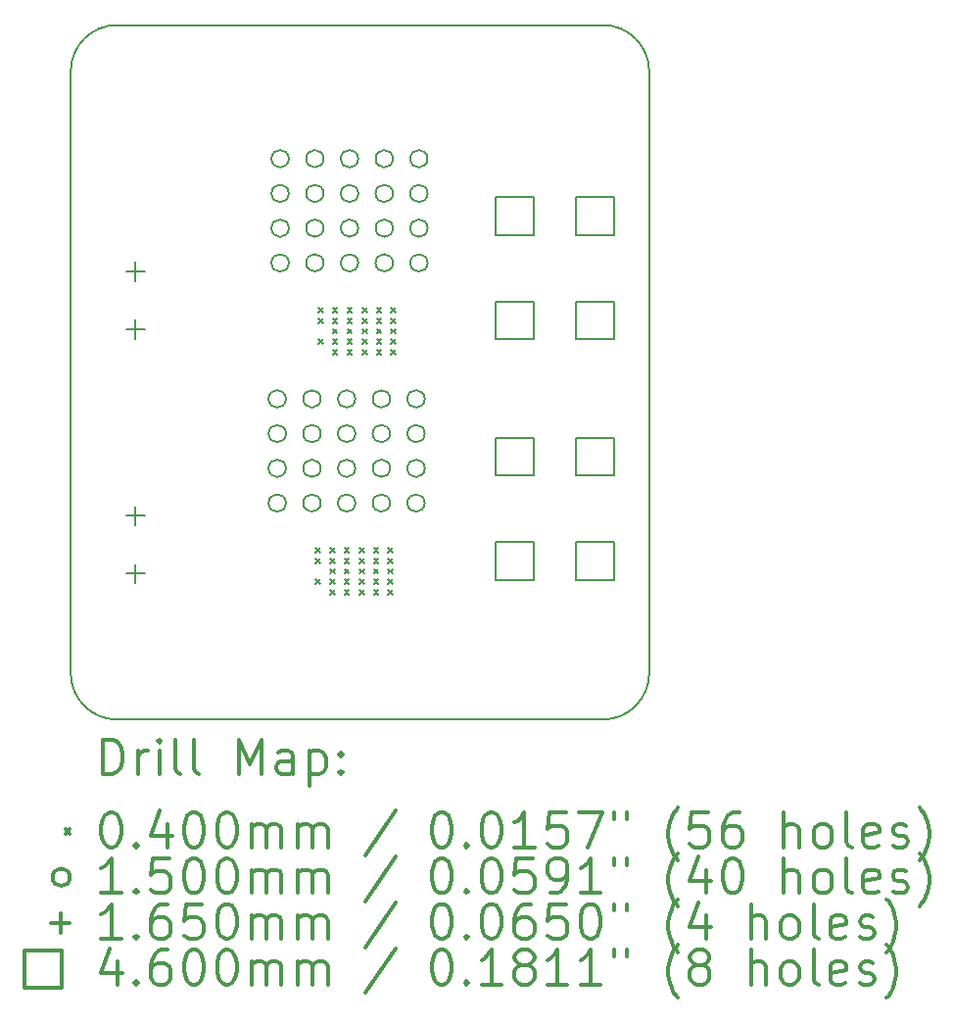
<source format=gbr>
%FSLAX45Y45*%
G04 Gerber Fmt 4.5, Leading zero omitted, Abs format (unit mm)*
G04 Created by KiCad (PCBNEW (5.1.10)-1) date 2021-07-01 22:43:29*
%MOMM*%
%LPD*%
G01*
G04 APERTURE LIST*
%TA.AperFunction,Profile*%
%ADD10C,0.150000*%
%TD*%
%ADD11C,0.200000*%
%ADD12C,0.300000*%
G04 APERTURE END LIST*
D10*
X7300000Y-6100000D02*
G75*
G02*
X7700000Y-5700000I400000J0D01*
G01*
X7700000Y-11700000D02*
G75*
G02*
X7300000Y-11300000I0J400000D01*
G01*
X12300000Y-11300000D02*
G75*
G02*
X11900000Y-11700000I-400000J0D01*
G01*
X11900000Y-5700000D02*
G75*
G02*
X12300000Y-6100000I0J-400000D01*
G01*
X7700000Y-11700000D02*
X11900000Y-11700000D01*
X7700000Y-5700000D02*
X11900000Y-5700000D01*
X12300000Y-11300000D02*
X12300000Y-6100000D01*
X7300000Y-11300000D02*
X7300000Y-6100000D01*
D11*
X9415000Y-10220000D02*
X9455000Y-10260000D01*
X9455000Y-10220000D02*
X9415000Y-10260000D01*
X9415000Y-10310000D02*
X9455000Y-10350000D01*
X9455000Y-10310000D02*
X9415000Y-10350000D01*
X9415000Y-10490000D02*
X9455000Y-10530000D01*
X9455000Y-10490000D02*
X9415000Y-10530000D01*
X9440000Y-8145000D02*
X9480000Y-8185000D01*
X9480000Y-8145000D02*
X9440000Y-8185000D01*
X9440000Y-8235000D02*
X9480000Y-8275000D01*
X9480000Y-8235000D02*
X9440000Y-8275000D01*
X9440000Y-8415000D02*
X9480000Y-8455000D01*
X9480000Y-8415000D02*
X9440000Y-8455000D01*
X9540000Y-10220000D02*
X9580000Y-10260000D01*
X9580000Y-10220000D02*
X9540000Y-10260000D01*
X9540000Y-10310000D02*
X9580000Y-10350000D01*
X9580000Y-10310000D02*
X9540000Y-10350000D01*
X9540000Y-10400000D02*
X9580000Y-10440000D01*
X9580000Y-10400000D02*
X9540000Y-10440000D01*
X9540000Y-10490000D02*
X9580000Y-10530000D01*
X9580000Y-10490000D02*
X9540000Y-10530000D01*
X9540000Y-10580000D02*
X9580000Y-10620000D01*
X9580000Y-10580000D02*
X9540000Y-10620000D01*
X9565000Y-8145000D02*
X9605000Y-8185000D01*
X9605000Y-8145000D02*
X9565000Y-8185000D01*
X9565000Y-8235000D02*
X9605000Y-8275000D01*
X9605000Y-8235000D02*
X9565000Y-8275000D01*
X9565000Y-8325000D02*
X9605000Y-8365000D01*
X9605000Y-8325000D02*
X9565000Y-8365000D01*
X9565000Y-8415000D02*
X9605000Y-8455000D01*
X9605000Y-8415000D02*
X9565000Y-8455000D01*
X9565000Y-8505000D02*
X9605000Y-8545000D01*
X9605000Y-8505000D02*
X9565000Y-8545000D01*
X9665000Y-10220000D02*
X9705000Y-10260000D01*
X9705000Y-10220000D02*
X9665000Y-10260000D01*
X9665000Y-10310000D02*
X9705000Y-10350000D01*
X9705000Y-10310000D02*
X9665000Y-10350000D01*
X9665000Y-10400000D02*
X9705000Y-10440000D01*
X9705000Y-10400000D02*
X9665000Y-10440000D01*
X9665000Y-10490000D02*
X9705000Y-10530000D01*
X9705000Y-10490000D02*
X9665000Y-10530000D01*
X9665000Y-10580000D02*
X9705000Y-10620000D01*
X9705000Y-10580000D02*
X9665000Y-10620000D01*
X9690000Y-8145000D02*
X9730000Y-8185000D01*
X9730000Y-8145000D02*
X9690000Y-8185000D01*
X9690000Y-8235000D02*
X9730000Y-8275000D01*
X9730000Y-8235000D02*
X9690000Y-8275000D01*
X9690000Y-8325000D02*
X9730000Y-8365000D01*
X9730000Y-8325000D02*
X9690000Y-8365000D01*
X9690000Y-8415000D02*
X9730000Y-8455000D01*
X9730000Y-8415000D02*
X9690000Y-8455000D01*
X9690000Y-8505000D02*
X9730000Y-8545000D01*
X9730000Y-8505000D02*
X9690000Y-8545000D01*
X9795000Y-10220000D02*
X9835000Y-10260000D01*
X9835000Y-10220000D02*
X9795000Y-10260000D01*
X9795000Y-10310000D02*
X9835000Y-10350000D01*
X9835000Y-10310000D02*
X9795000Y-10350000D01*
X9795000Y-10400000D02*
X9835000Y-10440000D01*
X9835000Y-10400000D02*
X9795000Y-10440000D01*
X9795000Y-10490000D02*
X9835000Y-10530000D01*
X9835000Y-10490000D02*
X9795000Y-10530000D01*
X9795000Y-10580000D02*
X9835000Y-10620000D01*
X9835000Y-10580000D02*
X9795000Y-10620000D01*
X9820000Y-8145000D02*
X9860000Y-8185000D01*
X9860000Y-8145000D02*
X9820000Y-8185000D01*
X9820000Y-8235000D02*
X9860000Y-8275000D01*
X9860000Y-8235000D02*
X9820000Y-8275000D01*
X9820000Y-8325000D02*
X9860000Y-8365000D01*
X9860000Y-8325000D02*
X9820000Y-8365000D01*
X9820000Y-8415000D02*
X9860000Y-8455000D01*
X9860000Y-8415000D02*
X9820000Y-8455000D01*
X9820000Y-8505000D02*
X9860000Y-8545000D01*
X9860000Y-8505000D02*
X9820000Y-8545000D01*
X9920000Y-10220000D02*
X9960000Y-10260000D01*
X9960000Y-10220000D02*
X9920000Y-10260000D01*
X9920000Y-10310000D02*
X9960000Y-10350000D01*
X9960000Y-10310000D02*
X9920000Y-10350000D01*
X9920000Y-10400000D02*
X9960000Y-10440000D01*
X9960000Y-10400000D02*
X9920000Y-10440000D01*
X9920000Y-10490000D02*
X9960000Y-10530000D01*
X9960000Y-10490000D02*
X9920000Y-10530000D01*
X9920000Y-10580000D02*
X9960000Y-10620000D01*
X9960000Y-10580000D02*
X9920000Y-10620000D01*
X9945000Y-8145000D02*
X9985000Y-8185000D01*
X9985000Y-8145000D02*
X9945000Y-8185000D01*
X9945000Y-8235000D02*
X9985000Y-8275000D01*
X9985000Y-8235000D02*
X9945000Y-8275000D01*
X9945000Y-8325000D02*
X9985000Y-8365000D01*
X9985000Y-8325000D02*
X9945000Y-8365000D01*
X9945000Y-8415000D02*
X9985000Y-8455000D01*
X9985000Y-8415000D02*
X9945000Y-8455000D01*
X9945000Y-8505000D02*
X9985000Y-8545000D01*
X9985000Y-8505000D02*
X9945000Y-8545000D01*
X10045000Y-10220000D02*
X10085000Y-10260000D01*
X10085000Y-10220000D02*
X10045000Y-10260000D01*
X10045000Y-10310000D02*
X10085000Y-10350000D01*
X10085000Y-10310000D02*
X10045000Y-10350000D01*
X10045000Y-10400000D02*
X10085000Y-10440000D01*
X10085000Y-10400000D02*
X10045000Y-10440000D01*
X10045000Y-10490000D02*
X10085000Y-10530000D01*
X10085000Y-10490000D02*
X10045000Y-10530000D01*
X10045000Y-10580000D02*
X10085000Y-10620000D01*
X10085000Y-10580000D02*
X10045000Y-10620000D01*
X10070000Y-8145000D02*
X10110000Y-8185000D01*
X10110000Y-8145000D02*
X10070000Y-8185000D01*
X10070000Y-8235000D02*
X10110000Y-8275000D01*
X10110000Y-8235000D02*
X10070000Y-8275000D01*
X10070000Y-8325000D02*
X10110000Y-8365000D01*
X10110000Y-8325000D02*
X10070000Y-8365000D01*
X10070000Y-8415000D02*
X10110000Y-8455000D01*
X10110000Y-8415000D02*
X10070000Y-8455000D01*
X10070000Y-8505000D02*
X10110000Y-8545000D01*
X10110000Y-8505000D02*
X10070000Y-8545000D01*
X9160000Y-8930000D02*
G75*
G03*
X9160000Y-8930000I-75000J0D01*
G01*
X9160000Y-9230000D02*
G75*
G03*
X9160000Y-9230000I-75000J0D01*
G01*
X9160000Y-9530000D02*
G75*
G03*
X9160000Y-9530000I-75000J0D01*
G01*
X9160000Y-9830000D02*
G75*
G03*
X9160000Y-9830000I-75000J0D01*
G01*
X9185000Y-6855000D02*
G75*
G03*
X9185000Y-6855000I-75000J0D01*
G01*
X9185000Y-7155000D02*
G75*
G03*
X9185000Y-7155000I-75000J0D01*
G01*
X9185000Y-7455000D02*
G75*
G03*
X9185000Y-7455000I-75000J0D01*
G01*
X9185000Y-7755000D02*
G75*
G03*
X9185000Y-7755000I-75000J0D01*
G01*
X9460000Y-8930000D02*
G75*
G03*
X9460000Y-8930000I-75000J0D01*
G01*
X9460000Y-9230000D02*
G75*
G03*
X9460000Y-9230000I-75000J0D01*
G01*
X9460000Y-9530000D02*
G75*
G03*
X9460000Y-9530000I-75000J0D01*
G01*
X9460000Y-9830000D02*
G75*
G03*
X9460000Y-9830000I-75000J0D01*
G01*
X9485000Y-6855000D02*
G75*
G03*
X9485000Y-6855000I-75000J0D01*
G01*
X9485000Y-7155000D02*
G75*
G03*
X9485000Y-7155000I-75000J0D01*
G01*
X9485000Y-7455000D02*
G75*
G03*
X9485000Y-7455000I-75000J0D01*
G01*
X9485000Y-7755000D02*
G75*
G03*
X9485000Y-7755000I-75000J0D01*
G01*
X9760000Y-8930000D02*
G75*
G03*
X9760000Y-8930000I-75000J0D01*
G01*
X9760000Y-9230000D02*
G75*
G03*
X9760000Y-9230000I-75000J0D01*
G01*
X9760000Y-9530000D02*
G75*
G03*
X9760000Y-9530000I-75000J0D01*
G01*
X9760000Y-9830000D02*
G75*
G03*
X9760000Y-9830000I-75000J0D01*
G01*
X9785000Y-6855000D02*
G75*
G03*
X9785000Y-6855000I-75000J0D01*
G01*
X9785000Y-7155000D02*
G75*
G03*
X9785000Y-7155000I-75000J0D01*
G01*
X9785000Y-7455000D02*
G75*
G03*
X9785000Y-7455000I-75000J0D01*
G01*
X9785000Y-7755000D02*
G75*
G03*
X9785000Y-7755000I-75000J0D01*
G01*
X10060000Y-8930000D02*
G75*
G03*
X10060000Y-8930000I-75000J0D01*
G01*
X10060000Y-9230000D02*
G75*
G03*
X10060000Y-9230000I-75000J0D01*
G01*
X10060000Y-9530000D02*
G75*
G03*
X10060000Y-9530000I-75000J0D01*
G01*
X10060000Y-9830000D02*
G75*
G03*
X10060000Y-9830000I-75000J0D01*
G01*
X10085000Y-6855000D02*
G75*
G03*
X10085000Y-6855000I-75000J0D01*
G01*
X10085000Y-7155000D02*
G75*
G03*
X10085000Y-7155000I-75000J0D01*
G01*
X10085000Y-7455000D02*
G75*
G03*
X10085000Y-7455000I-75000J0D01*
G01*
X10085000Y-7755000D02*
G75*
G03*
X10085000Y-7755000I-75000J0D01*
G01*
X10360000Y-8930000D02*
G75*
G03*
X10360000Y-8930000I-75000J0D01*
G01*
X10360000Y-9230000D02*
G75*
G03*
X10360000Y-9230000I-75000J0D01*
G01*
X10360000Y-9530000D02*
G75*
G03*
X10360000Y-9530000I-75000J0D01*
G01*
X10360000Y-9830000D02*
G75*
G03*
X10360000Y-9830000I-75000J0D01*
G01*
X10385000Y-6855000D02*
G75*
G03*
X10385000Y-6855000I-75000J0D01*
G01*
X10385000Y-7155000D02*
G75*
G03*
X10385000Y-7155000I-75000J0D01*
G01*
X10385000Y-7455000D02*
G75*
G03*
X10385000Y-7455000I-75000J0D01*
G01*
X10385000Y-7755000D02*
G75*
G03*
X10385000Y-7755000I-75000J0D01*
G01*
X7860000Y-7747500D02*
X7860000Y-7912500D01*
X7777500Y-7830000D02*
X7942500Y-7830000D01*
X7860000Y-8247500D02*
X7860000Y-8412500D01*
X7777500Y-8330000D02*
X7942500Y-8330000D01*
X7860000Y-9857500D02*
X7860000Y-10022500D01*
X7777500Y-9940000D02*
X7942500Y-9940000D01*
X7860000Y-10357500D02*
X7860000Y-10522500D01*
X7777500Y-10440000D02*
X7942500Y-10440000D01*
X11300136Y-7512636D02*
X11300136Y-7187364D01*
X10974864Y-7187364D01*
X10974864Y-7512636D01*
X11300136Y-7512636D01*
X11300136Y-8412636D02*
X11300136Y-8087364D01*
X10974864Y-8087364D01*
X10974864Y-8412636D01*
X11300136Y-8412636D01*
X11300136Y-9592636D02*
X11300136Y-9267364D01*
X10974864Y-9267364D01*
X10974864Y-9592636D01*
X11300136Y-9592636D01*
X11300136Y-10492636D02*
X11300136Y-10167364D01*
X10974864Y-10167364D01*
X10974864Y-10492636D01*
X11300136Y-10492636D01*
X11995136Y-7512636D02*
X11995136Y-7187364D01*
X11669864Y-7187364D01*
X11669864Y-7512636D01*
X11995136Y-7512636D01*
X11995136Y-8412636D02*
X11995136Y-8087364D01*
X11669864Y-8087364D01*
X11669864Y-8412636D01*
X11995136Y-8412636D01*
X11995136Y-9592636D02*
X11995136Y-9267364D01*
X11669864Y-9267364D01*
X11669864Y-9592636D01*
X11995136Y-9592636D01*
X11995136Y-10492636D02*
X11995136Y-10167364D01*
X11669864Y-10167364D01*
X11669864Y-10492636D01*
X11995136Y-10492636D01*
D12*
X7578928Y-12173214D02*
X7578928Y-11873214D01*
X7650357Y-11873214D01*
X7693214Y-11887500D01*
X7721786Y-11916071D01*
X7736071Y-11944643D01*
X7750357Y-12001786D01*
X7750357Y-12044643D01*
X7736071Y-12101786D01*
X7721786Y-12130357D01*
X7693214Y-12158929D01*
X7650357Y-12173214D01*
X7578928Y-12173214D01*
X7878928Y-12173214D02*
X7878928Y-11973214D01*
X7878928Y-12030357D02*
X7893214Y-12001786D01*
X7907500Y-11987500D01*
X7936071Y-11973214D01*
X7964643Y-11973214D01*
X8064643Y-12173214D02*
X8064643Y-11973214D01*
X8064643Y-11873214D02*
X8050357Y-11887500D01*
X8064643Y-11901786D01*
X8078928Y-11887500D01*
X8064643Y-11873214D01*
X8064643Y-11901786D01*
X8250357Y-12173214D02*
X8221786Y-12158929D01*
X8207500Y-12130357D01*
X8207500Y-11873214D01*
X8407500Y-12173214D02*
X8378928Y-12158929D01*
X8364643Y-12130357D01*
X8364643Y-11873214D01*
X8750357Y-12173214D02*
X8750357Y-11873214D01*
X8850357Y-12087500D01*
X8950357Y-11873214D01*
X8950357Y-12173214D01*
X9221786Y-12173214D02*
X9221786Y-12016071D01*
X9207500Y-11987500D01*
X9178928Y-11973214D01*
X9121786Y-11973214D01*
X9093214Y-11987500D01*
X9221786Y-12158929D02*
X9193214Y-12173214D01*
X9121786Y-12173214D01*
X9093214Y-12158929D01*
X9078928Y-12130357D01*
X9078928Y-12101786D01*
X9093214Y-12073214D01*
X9121786Y-12058929D01*
X9193214Y-12058929D01*
X9221786Y-12044643D01*
X9364643Y-11973214D02*
X9364643Y-12273214D01*
X9364643Y-11987500D02*
X9393214Y-11973214D01*
X9450357Y-11973214D01*
X9478928Y-11987500D01*
X9493214Y-12001786D01*
X9507500Y-12030357D01*
X9507500Y-12116071D01*
X9493214Y-12144643D01*
X9478928Y-12158929D01*
X9450357Y-12173214D01*
X9393214Y-12173214D01*
X9364643Y-12158929D01*
X9636071Y-12144643D02*
X9650357Y-12158929D01*
X9636071Y-12173214D01*
X9621786Y-12158929D01*
X9636071Y-12144643D01*
X9636071Y-12173214D01*
X9636071Y-11987500D02*
X9650357Y-12001786D01*
X9636071Y-12016071D01*
X9621786Y-12001786D01*
X9636071Y-11987500D01*
X9636071Y-12016071D01*
X7252500Y-12647500D02*
X7292500Y-12687500D01*
X7292500Y-12647500D02*
X7252500Y-12687500D01*
X7636071Y-12503214D02*
X7664643Y-12503214D01*
X7693214Y-12517500D01*
X7707500Y-12531786D01*
X7721786Y-12560357D01*
X7736071Y-12617500D01*
X7736071Y-12688929D01*
X7721786Y-12746071D01*
X7707500Y-12774643D01*
X7693214Y-12788929D01*
X7664643Y-12803214D01*
X7636071Y-12803214D01*
X7607500Y-12788929D01*
X7593214Y-12774643D01*
X7578928Y-12746071D01*
X7564643Y-12688929D01*
X7564643Y-12617500D01*
X7578928Y-12560357D01*
X7593214Y-12531786D01*
X7607500Y-12517500D01*
X7636071Y-12503214D01*
X7864643Y-12774643D02*
X7878928Y-12788929D01*
X7864643Y-12803214D01*
X7850357Y-12788929D01*
X7864643Y-12774643D01*
X7864643Y-12803214D01*
X8136071Y-12603214D02*
X8136071Y-12803214D01*
X8064643Y-12488929D02*
X7993214Y-12703214D01*
X8178928Y-12703214D01*
X8350357Y-12503214D02*
X8378928Y-12503214D01*
X8407500Y-12517500D01*
X8421786Y-12531786D01*
X8436071Y-12560357D01*
X8450357Y-12617500D01*
X8450357Y-12688929D01*
X8436071Y-12746071D01*
X8421786Y-12774643D01*
X8407500Y-12788929D01*
X8378928Y-12803214D01*
X8350357Y-12803214D01*
X8321786Y-12788929D01*
X8307500Y-12774643D01*
X8293214Y-12746071D01*
X8278928Y-12688929D01*
X8278928Y-12617500D01*
X8293214Y-12560357D01*
X8307500Y-12531786D01*
X8321786Y-12517500D01*
X8350357Y-12503214D01*
X8636071Y-12503214D02*
X8664643Y-12503214D01*
X8693214Y-12517500D01*
X8707500Y-12531786D01*
X8721786Y-12560357D01*
X8736071Y-12617500D01*
X8736071Y-12688929D01*
X8721786Y-12746071D01*
X8707500Y-12774643D01*
X8693214Y-12788929D01*
X8664643Y-12803214D01*
X8636071Y-12803214D01*
X8607500Y-12788929D01*
X8593214Y-12774643D01*
X8578928Y-12746071D01*
X8564643Y-12688929D01*
X8564643Y-12617500D01*
X8578928Y-12560357D01*
X8593214Y-12531786D01*
X8607500Y-12517500D01*
X8636071Y-12503214D01*
X8864643Y-12803214D02*
X8864643Y-12603214D01*
X8864643Y-12631786D02*
X8878928Y-12617500D01*
X8907500Y-12603214D01*
X8950357Y-12603214D01*
X8978928Y-12617500D01*
X8993214Y-12646071D01*
X8993214Y-12803214D01*
X8993214Y-12646071D02*
X9007500Y-12617500D01*
X9036071Y-12603214D01*
X9078928Y-12603214D01*
X9107500Y-12617500D01*
X9121786Y-12646071D01*
X9121786Y-12803214D01*
X9264643Y-12803214D02*
X9264643Y-12603214D01*
X9264643Y-12631786D02*
X9278928Y-12617500D01*
X9307500Y-12603214D01*
X9350357Y-12603214D01*
X9378928Y-12617500D01*
X9393214Y-12646071D01*
X9393214Y-12803214D01*
X9393214Y-12646071D02*
X9407500Y-12617500D01*
X9436071Y-12603214D01*
X9478928Y-12603214D01*
X9507500Y-12617500D01*
X9521786Y-12646071D01*
X9521786Y-12803214D01*
X10107500Y-12488929D02*
X9850357Y-12874643D01*
X10493214Y-12503214D02*
X10521786Y-12503214D01*
X10550357Y-12517500D01*
X10564643Y-12531786D01*
X10578928Y-12560357D01*
X10593214Y-12617500D01*
X10593214Y-12688929D01*
X10578928Y-12746071D01*
X10564643Y-12774643D01*
X10550357Y-12788929D01*
X10521786Y-12803214D01*
X10493214Y-12803214D01*
X10464643Y-12788929D01*
X10450357Y-12774643D01*
X10436071Y-12746071D01*
X10421786Y-12688929D01*
X10421786Y-12617500D01*
X10436071Y-12560357D01*
X10450357Y-12531786D01*
X10464643Y-12517500D01*
X10493214Y-12503214D01*
X10721786Y-12774643D02*
X10736071Y-12788929D01*
X10721786Y-12803214D01*
X10707500Y-12788929D01*
X10721786Y-12774643D01*
X10721786Y-12803214D01*
X10921786Y-12503214D02*
X10950357Y-12503214D01*
X10978928Y-12517500D01*
X10993214Y-12531786D01*
X11007500Y-12560357D01*
X11021786Y-12617500D01*
X11021786Y-12688929D01*
X11007500Y-12746071D01*
X10993214Y-12774643D01*
X10978928Y-12788929D01*
X10950357Y-12803214D01*
X10921786Y-12803214D01*
X10893214Y-12788929D01*
X10878928Y-12774643D01*
X10864643Y-12746071D01*
X10850357Y-12688929D01*
X10850357Y-12617500D01*
X10864643Y-12560357D01*
X10878928Y-12531786D01*
X10893214Y-12517500D01*
X10921786Y-12503214D01*
X11307500Y-12803214D02*
X11136071Y-12803214D01*
X11221786Y-12803214D02*
X11221786Y-12503214D01*
X11193214Y-12546071D01*
X11164643Y-12574643D01*
X11136071Y-12588929D01*
X11578928Y-12503214D02*
X11436071Y-12503214D01*
X11421786Y-12646071D01*
X11436071Y-12631786D01*
X11464643Y-12617500D01*
X11536071Y-12617500D01*
X11564643Y-12631786D01*
X11578928Y-12646071D01*
X11593214Y-12674643D01*
X11593214Y-12746071D01*
X11578928Y-12774643D01*
X11564643Y-12788929D01*
X11536071Y-12803214D01*
X11464643Y-12803214D01*
X11436071Y-12788929D01*
X11421786Y-12774643D01*
X11693214Y-12503214D02*
X11893214Y-12503214D01*
X11764643Y-12803214D01*
X11993214Y-12503214D02*
X11993214Y-12560357D01*
X12107500Y-12503214D02*
X12107500Y-12560357D01*
X12550357Y-12917500D02*
X12536071Y-12903214D01*
X12507500Y-12860357D01*
X12493214Y-12831786D01*
X12478928Y-12788929D01*
X12464643Y-12717500D01*
X12464643Y-12660357D01*
X12478928Y-12588929D01*
X12493214Y-12546071D01*
X12507500Y-12517500D01*
X12536071Y-12474643D01*
X12550357Y-12460357D01*
X12807500Y-12503214D02*
X12664643Y-12503214D01*
X12650357Y-12646071D01*
X12664643Y-12631786D01*
X12693214Y-12617500D01*
X12764643Y-12617500D01*
X12793214Y-12631786D01*
X12807500Y-12646071D01*
X12821786Y-12674643D01*
X12821786Y-12746071D01*
X12807500Y-12774643D01*
X12793214Y-12788929D01*
X12764643Y-12803214D01*
X12693214Y-12803214D01*
X12664643Y-12788929D01*
X12650357Y-12774643D01*
X13078928Y-12503214D02*
X13021786Y-12503214D01*
X12993214Y-12517500D01*
X12978928Y-12531786D01*
X12950357Y-12574643D01*
X12936071Y-12631786D01*
X12936071Y-12746071D01*
X12950357Y-12774643D01*
X12964643Y-12788929D01*
X12993214Y-12803214D01*
X13050357Y-12803214D01*
X13078928Y-12788929D01*
X13093214Y-12774643D01*
X13107500Y-12746071D01*
X13107500Y-12674643D01*
X13093214Y-12646071D01*
X13078928Y-12631786D01*
X13050357Y-12617500D01*
X12993214Y-12617500D01*
X12964643Y-12631786D01*
X12950357Y-12646071D01*
X12936071Y-12674643D01*
X13464643Y-12803214D02*
X13464643Y-12503214D01*
X13593214Y-12803214D02*
X13593214Y-12646071D01*
X13578928Y-12617500D01*
X13550357Y-12603214D01*
X13507500Y-12603214D01*
X13478928Y-12617500D01*
X13464643Y-12631786D01*
X13778928Y-12803214D02*
X13750357Y-12788929D01*
X13736071Y-12774643D01*
X13721786Y-12746071D01*
X13721786Y-12660357D01*
X13736071Y-12631786D01*
X13750357Y-12617500D01*
X13778928Y-12603214D01*
X13821786Y-12603214D01*
X13850357Y-12617500D01*
X13864643Y-12631786D01*
X13878928Y-12660357D01*
X13878928Y-12746071D01*
X13864643Y-12774643D01*
X13850357Y-12788929D01*
X13821786Y-12803214D01*
X13778928Y-12803214D01*
X14050357Y-12803214D02*
X14021786Y-12788929D01*
X14007500Y-12760357D01*
X14007500Y-12503214D01*
X14278928Y-12788929D02*
X14250357Y-12803214D01*
X14193214Y-12803214D01*
X14164643Y-12788929D01*
X14150357Y-12760357D01*
X14150357Y-12646071D01*
X14164643Y-12617500D01*
X14193214Y-12603214D01*
X14250357Y-12603214D01*
X14278928Y-12617500D01*
X14293214Y-12646071D01*
X14293214Y-12674643D01*
X14150357Y-12703214D01*
X14407500Y-12788929D02*
X14436071Y-12803214D01*
X14493214Y-12803214D01*
X14521786Y-12788929D01*
X14536071Y-12760357D01*
X14536071Y-12746071D01*
X14521786Y-12717500D01*
X14493214Y-12703214D01*
X14450357Y-12703214D01*
X14421786Y-12688929D01*
X14407500Y-12660357D01*
X14407500Y-12646071D01*
X14421786Y-12617500D01*
X14450357Y-12603214D01*
X14493214Y-12603214D01*
X14521786Y-12617500D01*
X14636071Y-12917500D02*
X14650357Y-12903214D01*
X14678928Y-12860357D01*
X14693214Y-12831786D01*
X14707500Y-12788929D01*
X14721786Y-12717500D01*
X14721786Y-12660357D01*
X14707500Y-12588929D01*
X14693214Y-12546071D01*
X14678928Y-12517500D01*
X14650357Y-12474643D01*
X14636071Y-12460357D01*
X7292500Y-13063500D02*
G75*
G03*
X7292500Y-13063500I-75000J0D01*
G01*
X7736071Y-13199214D02*
X7564643Y-13199214D01*
X7650357Y-13199214D02*
X7650357Y-12899214D01*
X7621786Y-12942071D01*
X7593214Y-12970643D01*
X7564643Y-12984929D01*
X7864643Y-13170643D02*
X7878928Y-13184929D01*
X7864643Y-13199214D01*
X7850357Y-13184929D01*
X7864643Y-13170643D01*
X7864643Y-13199214D01*
X8150357Y-12899214D02*
X8007500Y-12899214D01*
X7993214Y-13042071D01*
X8007500Y-13027786D01*
X8036071Y-13013500D01*
X8107500Y-13013500D01*
X8136071Y-13027786D01*
X8150357Y-13042071D01*
X8164643Y-13070643D01*
X8164643Y-13142071D01*
X8150357Y-13170643D01*
X8136071Y-13184929D01*
X8107500Y-13199214D01*
X8036071Y-13199214D01*
X8007500Y-13184929D01*
X7993214Y-13170643D01*
X8350357Y-12899214D02*
X8378928Y-12899214D01*
X8407500Y-12913500D01*
X8421786Y-12927786D01*
X8436071Y-12956357D01*
X8450357Y-13013500D01*
X8450357Y-13084929D01*
X8436071Y-13142071D01*
X8421786Y-13170643D01*
X8407500Y-13184929D01*
X8378928Y-13199214D01*
X8350357Y-13199214D01*
X8321786Y-13184929D01*
X8307500Y-13170643D01*
X8293214Y-13142071D01*
X8278928Y-13084929D01*
X8278928Y-13013500D01*
X8293214Y-12956357D01*
X8307500Y-12927786D01*
X8321786Y-12913500D01*
X8350357Y-12899214D01*
X8636071Y-12899214D02*
X8664643Y-12899214D01*
X8693214Y-12913500D01*
X8707500Y-12927786D01*
X8721786Y-12956357D01*
X8736071Y-13013500D01*
X8736071Y-13084929D01*
X8721786Y-13142071D01*
X8707500Y-13170643D01*
X8693214Y-13184929D01*
X8664643Y-13199214D01*
X8636071Y-13199214D01*
X8607500Y-13184929D01*
X8593214Y-13170643D01*
X8578928Y-13142071D01*
X8564643Y-13084929D01*
X8564643Y-13013500D01*
X8578928Y-12956357D01*
X8593214Y-12927786D01*
X8607500Y-12913500D01*
X8636071Y-12899214D01*
X8864643Y-13199214D02*
X8864643Y-12999214D01*
X8864643Y-13027786D02*
X8878928Y-13013500D01*
X8907500Y-12999214D01*
X8950357Y-12999214D01*
X8978928Y-13013500D01*
X8993214Y-13042071D01*
X8993214Y-13199214D01*
X8993214Y-13042071D02*
X9007500Y-13013500D01*
X9036071Y-12999214D01*
X9078928Y-12999214D01*
X9107500Y-13013500D01*
X9121786Y-13042071D01*
X9121786Y-13199214D01*
X9264643Y-13199214D02*
X9264643Y-12999214D01*
X9264643Y-13027786D02*
X9278928Y-13013500D01*
X9307500Y-12999214D01*
X9350357Y-12999214D01*
X9378928Y-13013500D01*
X9393214Y-13042071D01*
X9393214Y-13199214D01*
X9393214Y-13042071D02*
X9407500Y-13013500D01*
X9436071Y-12999214D01*
X9478928Y-12999214D01*
X9507500Y-13013500D01*
X9521786Y-13042071D01*
X9521786Y-13199214D01*
X10107500Y-12884929D02*
X9850357Y-13270643D01*
X10493214Y-12899214D02*
X10521786Y-12899214D01*
X10550357Y-12913500D01*
X10564643Y-12927786D01*
X10578928Y-12956357D01*
X10593214Y-13013500D01*
X10593214Y-13084929D01*
X10578928Y-13142071D01*
X10564643Y-13170643D01*
X10550357Y-13184929D01*
X10521786Y-13199214D01*
X10493214Y-13199214D01*
X10464643Y-13184929D01*
X10450357Y-13170643D01*
X10436071Y-13142071D01*
X10421786Y-13084929D01*
X10421786Y-13013500D01*
X10436071Y-12956357D01*
X10450357Y-12927786D01*
X10464643Y-12913500D01*
X10493214Y-12899214D01*
X10721786Y-13170643D02*
X10736071Y-13184929D01*
X10721786Y-13199214D01*
X10707500Y-13184929D01*
X10721786Y-13170643D01*
X10721786Y-13199214D01*
X10921786Y-12899214D02*
X10950357Y-12899214D01*
X10978928Y-12913500D01*
X10993214Y-12927786D01*
X11007500Y-12956357D01*
X11021786Y-13013500D01*
X11021786Y-13084929D01*
X11007500Y-13142071D01*
X10993214Y-13170643D01*
X10978928Y-13184929D01*
X10950357Y-13199214D01*
X10921786Y-13199214D01*
X10893214Y-13184929D01*
X10878928Y-13170643D01*
X10864643Y-13142071D01*
X10850357Y-13084929D01*
X10850357Y-13013500D01*
X10864643Y-12956357D01*
X10878928Y-12927786D01*
X10893214Y-12913500D01*
X10921786Y-12899214D01*
X11293214Y-12899214D02*
X11150357Y-12899214D01*
X11136071Y-13042071D01*
X11150357Y-13027786D01*
X11178928Y-13013500D01*
X11250357Y-13013500D01*
X11278928Y-13027786D01*
X11293214Y-13042071D01*
X11307500Y-13070643D01*
X11307500Y-13142071D01*
X11293214Y-13170643D01*
X11278928Y-13184929D01*
X11250357Y-13199214D01*
X11178928Y-13199214D01*
X11150357Y-13184929D01*
X11136071Y-13170643D01*
X11450357Y-13199214D02*
X11507500Y-13199214D01*
X11536071Y-13184929D01*
X11550357Y-13170643D01*
X11578928Y-13127786D01*
X11593214Y-13070643D01*
X11593214Y-12956357D01*
X11578928Y-12927786D01*
X11564643Y-12913500D01*
X11536071Y-12899214D01*
X11478928Y-12899214D01*
X11450357Y-12913500D01*
X11436071Y-12927786D01*
X11421786Y-12956357D01*
X11421786Y-13027786D01*
X11436071Y-13056357D01*
X11450357Y-13070643D01*
X11478928Y-13084929D01*
X11536071Y-13084929D01*
X11564643Y-13070643D01*
X11578928Y-13056357D01*
X11593214Y-13027786D01*
X11878928Y-13199214D02*
X11707500Y-13199214D01*
X11793214Y-13199214D02*
X11793214Y-12899214D01*
X11764643Y-12942071D01*
X11736071Y-12970643D01*
X11707500Y-12984929D01*
X11993214Y-12899214D02*
X11993214Y-12956357D01*
X12107500Y-12899214D02*
X12107500Y-12956357D01*
X12550357Y-13313500D02*
X12536071Y-13299214D01*
X12507500Y-13256357D01*
X12493214Y-13227786D01*
X12478928Y-13184929D01*
X12464643Y-13113500D01*
X12464643Y-13056357D01*
X12478928Y-12984929D01*
X12493214Y-12942071D01*
X12507500Y-12913500D01*
X12536071Y-12870643D01*
X12550357Y-12856357D01*
X12793214Y-12999214D02*
X12793214Y-13199214D01*
X12721786Y-12884929D02*
X12650357Y-13099214D01*
X12836071Y-13099214D01*
X13007500Y-12899214D02*
X13036071Y-12899214D01*
X13064643Y-12913500D01*
X13078928Y-12927786D01*
X13093214Y-12956357D01*
X13107500Y-13013500D01*
X13107500Y-13084929D01*
X13093214Y-13142071D01*
X13078928Y-13170643D01*
X13064643Y-13184929D01*
X13036071Y-13199214D01*
X13007500Y-13199214D01*
X12978928Y-13184929D01*
X12964643Y-13170643D01*
X12950357Y-13142071D01*
X12936071Y-13084929D01*
X12936071Y-13013500D01*
X12950357Y-12956357D01*
X12964643Y-12927786D01*
X12978928Y-12913500D01*
X13007500Y-12899214D01*
X13464643Y-13199214D02*
X13464643Y-12899214D01*
X13593214Y-13199214D02*
X13593214Y-13042071D01*
X13578928Y-13013500D01*
X13550357Y-12999214D01*
X13507500Y-12999214D01*
X13478928Y-13013500D01*
X13464643Y-13027786D01*
X13778928Y-13199214D02*
X13750357Y-13184929D01*
X13736071Y-13170643D01*
X13721786Y-13142071D01*
X13721786Y-13056357D01*
X13736071Y-13027786D01*
X13750357Y-13013500D01*
X13778928Y-12999214D01*
X13821786Y-12999214D01*
X13850357Y-13013500D01*
X13864643Y-13027786D01*
X13878928Y-13056357D01*
X13878928Y-13142071D01*
X13864643Y-13170643D01*
X13850357Y-13184929D01*
X13821786Y-13199214D01*
X13778928Y-13199214D01*
X14050357Y-13199214D02*
X14021786Y-13184929D01*
X14007500Y-13156357D01*
X14007500Y-12899214D01*
X14278928Y-13184929D02*
X14250357Y-13199214D01*
X14193214Y-13199214D01*
X14164643Y-13184929D01*
X14150357Y-13156357D01*
X14150357Y-13042071D01*
X14164643Y-13013500D01*
X14193214Y-12999214D01*
X14250357Y-12999214D01*
X14278928Y-13013500D01*
X14293214Y-13042071D01*
X14293214Y-13070643D01*
X14150357Y-13099214D01*
X14407500Y-13184929D02*
X14436071Y-13199214D01*
X14493214Y-13199214D01*
X14521786Y-13184929D01*
X14536071Y-13156357D01*
X14536071Y-13142071D01*
X14521786Y-13113500D01*
X14493214Y-13099214D01*
X14450357Y-13099214D01*
X14421786Y-13084929D01*
X14407500Y-13056357D01*
X14407500Y-13042071D01*
X14421786Y-13013500D01*
X14450357Y-12999214D01*
X14493214Y-12999214D01*
X14521786Y-13013500D01*
X14636071Y-13313500D02*
X14650357Y-13299214D01*
X14678928Y-13256357D01*
X14693214Y-13227786D01*
X14707500Y-13184929D01*
X14721786Y-13113500D01*
X14721786Y-13056357D01*
X14707500Y-12984929D01*
X14693214Y-12942071D01*
X14678928Y-12913500D01*
X14650357Y-12870643D01*
X14636071Y-12856357D01*
X7210000Y-13377000D02*
X7210000Y-13542000D01*
X7127500Y-13459500D02*
X7292500Y-13459500D01*
X7736071Y-13595214D02*
X7564643Y-13595214D01*
X7650357Y-13595214D02*
X7650357Y-13295214D01*
X7621786Y-13338071D01*
X7593214Y-13366643D01*
X7564643Y-13380929D01*
X7864643Y-13566643D02*
X7878928Y-13580929D01*
X7864643Y-13595214D01*
X7850357Y-13580929D01*
X7864643Y-13566643D01*
X7864643Y-13595214D01*
X8136071Y-13295214D02*
X8078928Y-13295214D01*
X8050357Y-13309500D01*
X8036071Y-13323786D01*
X8007500Y-13366643D01*
X7993214Y-13423786D01*
X7993214Y-13538071D01*
X8007500Y-13566643D01*
X8021786Y-13580929D01*
X8050357Y-13595214D01*
X8107500Y-13595214D01*
X8136071Y-13580929D01*
X8150357Y-13566643D01*
X8164643Y-13538071D01*
X8164643Y-13466643D01*
X8150357Y-13438071D01*
X8136071Y-13423786D01*
X8107500Y-13409500D01*
X8050357Y-13409500D01*
X8021786Y-13423786D01*
X8007500Y-13438071D01*
X7993214Y-13466643D01*
X8436071Y-13295214D02*
X8293214Y-13295214D01*
X8278928Y-13438071D01*
X8293214Y-13423786D01*
X8321786Y-13409500D01*
X8393214Y-13409500D01*
X8421786Y-13423786D01*
X8436071Y-13438071D01*
X8450357Y-13466643D01*
X8450357Y-13538071D01*
X8436071Y-13566643D01*
X8421786Y-13580929D01*
X8393214Y-13595214D01*
X8321786Y-13595214D01*
X8293214Y-13580929D01*
X8278928Y-13566643D01*
X8636071Y-13295214D02*
X8664643Y-13295214D01*
X8693214Y-13309500D01*
X8707500Y-13323786D01*
X8721786Y-13352357D01*
X8736071Y-13409500D01*
X8736071Y-13480929D01*
X8721786Y-13538071D01*
X8707500Y-13566643D01*
X8693214Y-13580929D01*
X8664643Y-13595214D01*
X8636071Y-13595214D01*
X8607500Y-13580929D01*
X8593214Y-13566643D01*
X8578928Y-13538071D01*
X8564643Y-13480929D01*
X8564643Y-13409500D01*
X8578928Y-13352357D01*
X8593214Y-13323786D01*
X8607500Y-13309500D01*
X8636071Y-13295214D01*
X8864643Y-13595214D02*
X8864643Y-13395214D01*
X8864643Y-13423786D02*
X8878928Y-13409500D01*
X8907500Y-13395214D01*
X8950357Y-13395214D01*
X8978928Y-13409500D01*
X8993214Y-13438071D01*
X8993214Y-13595214D01*
X8993214Y-13438071D02*
X9007500Y-13409500D01*
X9036071Y-13395214D01*
X9078928Y-13395214D01*
X9107500Y-13409500D01*
X9121786Y-13438071D01*
X9121786Y-13595214D01*
X9264643Y-13595214D02*
X9264643Y-13395214D01*
X9264643Y-13423786D02*
X9278928Y-13409500D01*
X9307500Y-13395214D01*
X9350357Y-13395214D01*
X9378928Y-13409500D01*
X9393214Y-13438071D01*
X9393214Y-13595214D01*
X9393214Y-13438071D02*
X9407500Y-13409500D01*
X9436071Y-13395214D01*
X9478928Y-13395214D01*
X9507500Y-13409500D01*
X9521786Y-13438071D01*
X9521786Y-13595214D01*
X10107500Y-13280929D02*
X9850357Y-13666643D01*
X10493214Y-13295214D02*
X10521786Y-13295214D01*
X10550357Y-13309500D01*
X10564643Y-13323786D01*
X10578928Y-13352357D01*
X10593214Y-13409500D01*
X10593214Y-13480929D01*
X10578928Y-13538071D01*
X10564643Y-13566643D01*
X10550357Y-13580929D01*
X10521786Y-13595214D01*
X10493214Y-13595214D01*
X10464643Y-13580929D01*
X10450357Y-13566643D01*
X10436071Y-13538071D01*
X10421786Y-13480929D01*
X10421786Y-13409500D01*
X10436071Y-13352357D01*
X10450357Y-13323786D01*
X10464643Y-13309500D01*
X10493214Y-13295214D01*
X10721786Y-13566643D02*
X10736071Y-13580929D01*
X10721786Y-13595214D01*
X10707500Y-13580929D01*
X10721786Y-13566643D01*
X10721786Y-13595214D01*
X10921786Y-13295214D02*
X10950357Y-13295214D01*
X10978928Y-13309500D01*
X10993214Y-13323786D01*
X11007500Y-13352357D01*
X11021786Y-13409500D01*
X11021786Y-13480929D01*
X11007500Y-13538071D01*
X10993214Y-13566643D01*
X10978928Y-13580929D01*
X10950357Y-13595214D01*
X10921786Y-13595214D01*
X10893214Y-13580929D01*
X10878928Y-13566643D01*
X10864643Y-13538071D01*
X10850357Y-13480929D01*
X10850357Y-13409500D01*
X10864643Y-13352357D01*
X10878928Y-13323786D01*
X10893214Y-13309500D01*
X10921786Y-13295214D01*
X11278928Y-13295214D02*
X11221786Y-13295214D01*
X11193214Y-13309500D01*
X11178928Y-13323786D01*
X11150357Y-13366643D01*
X11136071Y-13423786D01*
X11136071Y-13538071D01*
X11150357Y-13566643D01*
X11164643Y-13580929D01*
X11193214Y-13595214D01*
X11250357Y-13595214D01*
X11278928Y-13580929D01*
X11293214Y-13566643D01*
X11307500Y-13538071D01*
X11307500Y-13466643D01*
X11293214Y-13438071D01*
X11278928Y-13423786D01*
X11250357Y-13409500D01*
X11193214Y-13409500D01*
X11164643Y-13423786D01*
X11150357Y-13438071D01*
X11136071Y-13466643D01*
X11578928Y-13295214D02*
X11436071Y-13295214D01*
X11421786Y-13438071D01*
X11436071Y-13423786D01*
X11464643Y-13409500D01*
X11536071Y-13409500D01*
X11564643Y-13423786D01*
X11578928Y-13438071D01*
X11593214Y-13466643D01*
X11593214Y-13538071D01*
X11578928Y-13566643D01*
X11564643Y-13580929D01*
X11536071Y-13595214D01*
X11464643Y-13595214D01*
X11436071Y-13580929D01*
X11421786Y-13566643D01*
X11778928Y-13295214D02*
X11807500Y-13295214D01*
X11836071Y-13309500D01*
X11850357Y-13323786D01*
X11864643Y-13352357D01*
X11878928Y-13409500D01*
X11878928Y-13480929D01*
X11864643Y-13538071D01*
X11850357Y-13566643D01*
X11836071Y-13580929D01*
X11807500Y-13595214D01*
X11778928Y-13595214D01*
X11750357Y-13580929D01*
X11736071Y-13566643D01*
X11721786Y-13538071D01*
X11707500Y-13480929D01*
X11707500Y-13409500D01*
X11721786Y-13352357D01*
X11736071Y-13323786D01*
X11750357Y-13309500D01*
X11778928Y-13295214D01*
X11993214Y-13295214D02*
X11993214Y-13352357D01*
X12107500Y-13295214D02*
X12107500Y-13352357D01*
X12550357Y-13709500D02*
X12536071Y-13695214D01*
X12507500Y-13652357D01*
X12493214Y-13623786D01*
X12478928Y-13580929D01*
X12464643Y-13509500D01*
X12464643Y-13452357D01*
X12478928Y-13380929D01*
X12493214Y-13338071D01*
X12507500Y-13309500D01*
X12536071Y-13266643D01*
X12550357Y-13252357D01*
X12793214Y-13395214D02*
X12793214Y-13595214D01*
X12721786Y-13280929D02*
X12650357Y-13495214D01*
X12836071Y-13495214D01*
X13178928Y-13595214D02*
X13178928Y-13295214D01*
X13307500Y-13595214D02*
X13307500Y-13438071D01*
X13293214Y-13409500D01*
X13264643Y-13395214D01*
X13221786Y-13395214D01*
X13193214Y-13409500D01*
X13178928Y-13423786D01*
X13493214Y-13595214D02*
X13464643Y-13580929D01*
X13450357Y-13566643D01*
X13436071Y-13538071D01*
X13436071Y-13452357D01*
X13450357Y-13423786D01*
X13464643Y-13409500D01*
X13493214Y-13395214D01*
X13536071Y-13395214D01*
X13564643Y-13409500D01*
X13578928Y-13423786D01*
X13593214Y-13452357D01*
X13593214Y-13538071D01*
X13578928Y-13566643D01*
X13564643Y-13580929D01*
X13536071Y-13595214D01*
X13493214Y-13595214D01*
X13764643Y-13595214D02*
X13736071Y-13580929D01*
X13721786Y-13552357D01*
X13721786Y-13295214D01*
X13993214Y-13580929D02*
X13964643Y-13595214D01*
X13907500Y-13595214D01*
X13878928Y-13580929D01*
X13864643Y-13552357D01*
X13864643Y-13438071D01*
X13878928Y-13409500D01*
X13907500Y-13395214D01*
X13964643Y-13395214D01*
X13993214Y-13409500D01*
X14007500Y-13438071D01*
X14007500Y-13466643D01*
X13864643Y-13495214D01*
X14121786Y-13580929D02*
X14150357Y-13595214D01*
X14207500Y-13595214D01*
X14236071Y-13580929D01*
X14250357Y-13552357D01*
X14250357Y-13538071D01*
X14236071Y-13509500D01*
X14207500Y-13495214D01*
X14164643Y-13495214D01*
X14136071Y-13480929D01*
X14121786Y-13452357D01*
X14121786Y-13438071D01*
X14136071Y-13409500D01*
X14164643Y-13395214D01*
X14207500Y-13395214D01*
X14236071Y-13409500D01*
X14350357Y-13709500D02*
X14364643Y-13695214D01*
X14393214Y-13652357D01*
X14407500Y-13623786D01*
X14421786Y-13580929D01*
X14436071Y-13509500D01*
X14436071Y-13452357D01*
X14421786Y-13380929D01*
X14407500Y-13338071D01*
X14393214Y-13309500D01*
X14364643Y-13266643D01*
X14350357Y-13252357D01*
X7225136Y-14018136D02*
X7225136Y-13692864D01*
X6899864Y-13692864D01*
X6899864Y-14018136D01*
X7225136Y-14018136D01*
X7707500Y-13791214D02*
X7707500Y-13991214D01*
X7636071Y-13676929D02*
X7564643Y-13891214D01*
X7750357Y-13891214D01*
X7864643Y-13962643D02*
X7878928Y-13976929D01*
X7864643Y-13991214D01*
X7850357Y-13976929D01*
X7864643Y-13962643D01*
X7864643Y-13991214D01*
X8136071Y-13691214D02*
X8078928Y-13691214D01*
X8050357Y-13705500D01*
X8036071Y-13719786D01*
X8007500Y-13762643D01*
X7993214Y-13819786D01*
X7993214Y-13934071D01*
X8007500Y-13962643D01*
X8021786Y-13976929D01*
X8050357Y-13991214D01*
X8107500Y-13991214D01*
X8136071Y-13976929D01*
X8150357Y-13962643D01*
X8164643Y-13934071D01*
X8164643Y-13862643D01*
X8150357Y-13834071D01*
X8136071Y-13819786D01*
X8107500Y-13805500D01*
X8050357Y-13805500D01*
X8021786Y-13819786D01*
X8007500Y-13834071D01*
X7993214Y-13862643D01*
X8350357Y-13691214D02*
X8378928Y-13691214D01*
X8407500Y-13705500D01*
X8421786Y-13719786D01*
X8436071Y-13748357D01*
X8450357Y-13805500D01*
X8450357Y-13876929D01*
X8436071Y-13934071D01*
X8421786Y-13962643D01*
X8407500Y-13976929D01*
X8378928Y-13991214D01*
X8350357Y-13991214D01*
X8321786Y-13976929D01*
X8307500Y-13962643D01*
X8293214Y-13934071D01*
X8278928Y-13876929D01*
X8278928Y-13805500D01*
X8293214Y-13748357D01*
X8307500Y-13719786D01*
X8321786Y-13705500D01*
X8350357Y-13691214D01*
X8636071Y-13691214D02*
X8664643Y-13691214D01*
X8693214Y-13705500D01*
X8707500Y-13719786D01*
X8721786Y-13748357D01*
X8736071Y-13805500D01*
X8736071Y-13876929D01*
X8721786Y-13934071D01*
X8707500Y-13962643D01*
X8693214Y-13976929D01*
X8664643Y-13991214D01*
X8636071Y-13991214D01*
X8607500Y-13976929D01*
X8593214Y-13962643D01*
X8578928Y-13934071D01*
X8564643Y-13876929D01*
X8564643Y-13805500D01*
X8578928Y-13748357D01*
X8593214Y-13719786D01*
X8607500Y-13705500D01*
X8636071Y-13691214D01*
X8864643Y-13991214D02*
X8864643Y-13791214D01*
X8864643Y-13819786D02*
X8878928Y-13805500D01*
X8907500Y-13791214D01*
X8950357Y-13791214D01*
X8978928Y-13805500D01*
X8993214Y-13834071D01*
X8993214Y-13991214D01*
X8993214Y-13834071D02*
X9007500Y-13805500D01*
X9036071Y-13791214D01*
X9078928Y-13791214D01*
X9107500Y-13805500D01*
X9121786Y-13834071D01*
X9121786Y-13991214D01*
X9264643Y-13991214D02*
X9264643Y-13791214D01*
X9264643Y-13819786D02*
X9278928Y-13805500D01*
X9307500Y-13791214D01*
X9350357Y-13791214D01*
X9378928Y-13805500D01*
X9393214Y-13834071D01*
X9393214Y-13991214D01*
X9393214Y-13834071D02*
X9407500Y-13805500D01*
X9436071Y-13791214D01*
X9478928Y-13791214D01*
X9507500Y-13805500D01*
X9521786Y-13834071D01*
X9521786Y-13991214D01*
X10107500Y-13676929D02*
X9850357Y-14062643D01*
X10493214Y-13691214D02*
X10521786Y-13691214D01*
X10550357Y-13705500D01*
X10564643Y-13719786D01*
X10578928Y-13748357D01*
X10593214Y-13805500D01*
X10593214Y-13876929D01*
X10578928Y-13934071D01*
X10564643Y-13962643D01*
X10550357Y-13976929D01*
X10521786Y-13991214D01*
X10493214Y-13991214D01*
X10464643Y-13976929D01*
X10450357Y-13962643D01*
X10436071Y-13934071D01*
X10421786Y-13876929D01*
X10421786Y-13805500D01*
X10436071Y-13748357D01*
X10450357Y-13719786D01*
X10464643Y-13705500D01*
X10493214Y-13691214D01*
X10721786Y-13962643D02*
X10736071Y-13976929D01*
X10721786Y-13991214D01*
X10707500Y-13976929D01*
X10721786Y-13962643D01*
X10721786Y-13991214D01*
X11021786Y-13991214D02*
X10850357Y-13991214D01*
X10936071Y-13991214D02*
X10936071Y-13691214D01*
X10907500Y-13734071D01*
X10878928Y-13762643D01*
X10850357Y-13776929D01*
X11193214Y-13819786D02*
X11164643Y-13805500D01*
X11150357Y-13791214D01*
X11136071Y-13762643D01*
X11136071Y-13748357D01*
X11150357Y-13719786D01*
X11164643Y-13705500D01*
X11193214Y-13691214D01*
X11250357Y-13691214D01*
X11278928Y-13705500D01*
X11293214Y-13719786D01*
X11307500Y-13748357D01*
X11307500Y-13762643D01*
X11293214Y-13791214D01*
X11278928Y-13805500D01*
X11250357Y-13819786D01*
X11193214Y-13819786D01*
X11164643Y-13834071D01*
X11150357Y-13848357D01*
X11136071Y-13876929D01*
X11136071Y-13934071D01*
X11150357Y-13962643D01*
X11164643Y-13976929D01*
X11193214Y-13991214D01*
X11250357Y-13991214D01*
X11278928Y-13976929D01*
X11293214Y-13962643D01*
X11307500Y-13934071D01*
X11307500Y-13876929D01*
X11293214Y-13848357D01*
X11278928Y-13834071D01*
X11250357Y-13819786D01*
X11593214Y-13991214D02*
X11421786Y-13991214D01*
X11507500Y-13991214D02*
X11507500Y-13691214D01*
X11478928Y-13734071D01*
X11450357Y-13762643D01*
X11421786Y-13776929D01*
X11878928Y-13991214D02*
X11707500Y-13991214D01*
X11793214Y-13991214D02*
X11793214Y-13691214D01*
X11764643Y-13734071D01*
X11736071Y-13762643D01*
X11707500Y-13776929D01*
X11993214Y-13691214D02*
X11993214Y-13748357D01*
X12107500Y-13691214D02*
X12107500Y-13748357D01*
X12550357Y-14105500D02*
X12536071Y-14091214D01*
X12507500Y-14048357D01*
X12493214Y-14019786D01*
X12478928Y-13976929D01*
X12464643Y-13905500D01*
X12464643Y-13848357D01*
X12478928Y-13776929D01*
X12493214Y-13734071D01*
X12507500Y-13705500D01*
X12536071Y-13662643D01*
X12550357Y-13648357D01*
X12707500Y-13819786D02*
X12678928Y-13805500D01*
X12664643Y-13791214D01*
X12650357Y-13762643D01*
X12650357Y-13748357D01*
X12664643Y-13719786D01*
X12678928Y-13705500D01*
X12707500Y-13691214D01*
X12764643Y-13691214D01*
X12793214Y-13705500D01*
X12807500Y-13719786D01*
X12821786Y-13748357D01*
X12821786Y-13762643D01*
X12807500Y-13791214D01*
X12793214Y-13805500D01*
X12764643Y-13819786D01*
X12707500Y-13819786D01*
X12678928Y-13834071D01*
X12664643Y-13848357D01*
X12650357Y-13876929D01*
X12650357Y-13934071D01*
X12664643Y-13962643D01*
X12678928Y-13976929D01*
X12707500Y-13991214D01*
X12764643Y-13991214D01*
X12793214Y-13976929D01*
X12807500Y-13962643D01*
X12821786Y-13934071D01*
X12821786Y-13876929D01*
X12807500Y-13848357D01*
X12793214Y-13834071D01*
X12764643Y-13819786D01*
X13178928Y-13991214D02*
X13178928Y-13691214D01*
X13307500Y-13991214D02*
X13307500Y-13834071D01*
X13293214Y-13805500D01*
X13264643Y-13791214D01*
X13221786Y-13791214D01*
X13193214Y-13805500D01*
X13178928Y-13819786D01*
X13493214Y-13991214D02*
X13464643Y-13976929D01*
X13450357Y-13962643D01*
X13436071Y-13934071D01*
X13436071Y-13848357D01*
X13450357Y-13819786D01*
X13464643Y-13805500D01*
X13493214Y-13791214D01*
X13536071Y-13791214D01*
X13564643Y-13805500D01*
X13578928Y-13819786D01*
X13593214Y-13848357D01*
X13593214Y-13934071D01*
X13578928Y-13962643D01*
X13564643Y-13976929D01*
X13536071Y-13991214D01*
X13493214Y-13991214D01*
X13764643Y-13991214D02*
X13736071Y-13976929D01*
X13721786Y-13948357D01*
X13721786Y-13691214D01*
X13993214Y-13976929D02*
X13964643Y-13991214D01*
X13907500Y-13991214D01*
X13878928Y-13976929D01*
X13864643Y-13948357D01*
X13864643Y-13834071D01*
X13878928Y-13805500D01*
X13907500Y-13791214D01*
X13964643Y-13791214D01*
X13993214Y-13805500D01*
X14007500Y-13834071D01*
X14007500Y-13862643D01*
X13864643Y-13891214D01*
X14121786Y-13976929D02*
X14150357Y-13991214D01*
X14207500Y-13991214D01*
X14236071Y-13976929D01*
X14250357Y-13948357D01*
X14250357Y-13934071D01*
X14236071Y-13905500D01*
X14207500Y-13891214D01*
X14164643Y-13891214D01*
X14136071Y-13876929D01*
X14121786Y-13848357D01*
X14121786Y-13834071D01*
X14136071Y-13805500D01*
X14164643Y-13791214D01*
X14207500Y-13791214D01*
X14236071Y-13805500D01*
X14350357Y-14105500D02*
X14364643Y-14091214D01*
X14393214Y-14048357D01*
X14407500Y-14019786D01*
X14421786Y-13976929D01*
X14436071Y-13905500D01*
X14436071Y-13848357D01*
X14421786Y-13776929D01*
X14407500Y-13734071D01*
X14393214Y-13705500D01*
X14364643Y-13662643D01*
X14350357Y-13648357D01*
M02*

</source>
